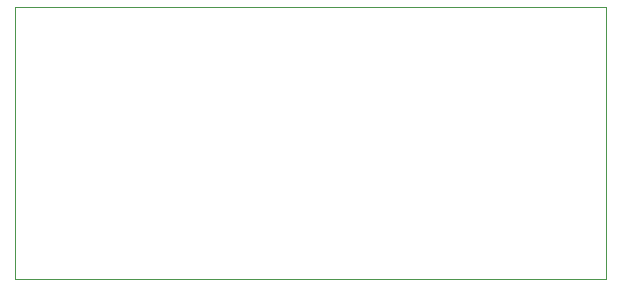
<source format=gbr>
%TF.GenerationSoftware,KiCad,Pcbnew,7.0.9*%
%TF.CreationDate,2025-07-28T09:11:42-04:00*%
%TF.ProjectId,bb8DomeNeopixels,62623844-6f6d-4654-9e65-6f706978656c,rev?*%
%TF.SameCoordinates,Original*%
%TF.FileFunction,Profile,NP*%
%FSLAX46Y46*%
G04 Gerber Fmt 4.6, Leading zero omitted, Abs format (unit mm)*
G04 Created by KiCad (PCBNEW 7.0.9) date 2025-07-28 09:11:42*
%MOMM*%
%LPD*%
G01*
G04 APERTURE LIST*
%TA.AperFunction,Profile*%
%ADD10C,0.100000*%
%TD*%
G04 APERTURE END LIST*
D10*
X115570000Y-68041250D02*
X165570000Y-68041250D01*
X165570000Y-91041250D01*
X115570000Y-91041250D01*
X115570000Y-68041250D01*
M02*

</source>
